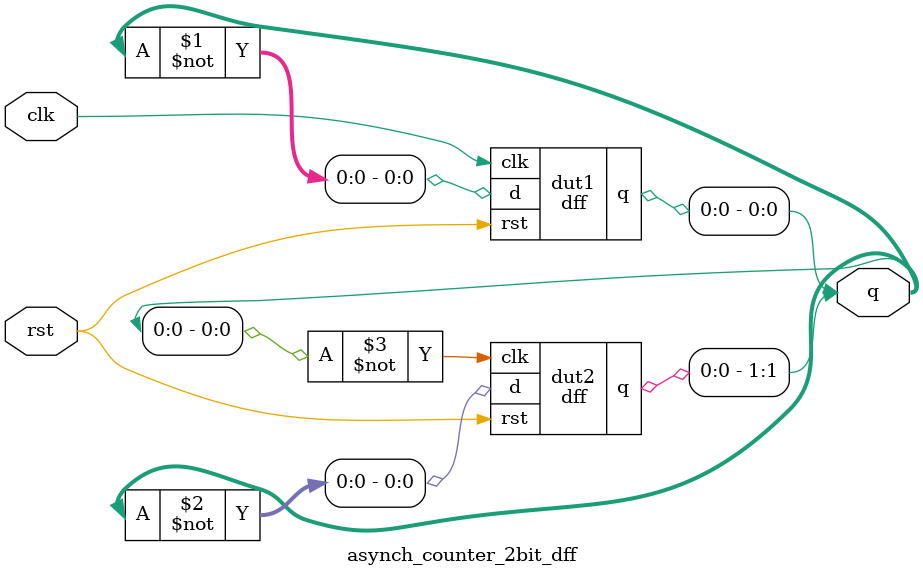
<source format=v>
module dff(d,clk,rst,q);
   input clk,rst,d;
   output reg q;

   always@(posedge clk or posedge rst)begin
       if(rst) q=0;
	   else q=d; 
   end
endmodule

//2bit asynchronous counter using  tff
module asynch_counter_2bit_dff(clk,rst,q);
   input clk,rst;
   output [1:0]q;
   dff dut1(.d(~q),.clk(clk),.rst(rst),.q(q[0]));
   dff dut2(.d(~q),.clk(~q[0]),.rst(rst),.q(q[1]));
endmodule 


</source>
